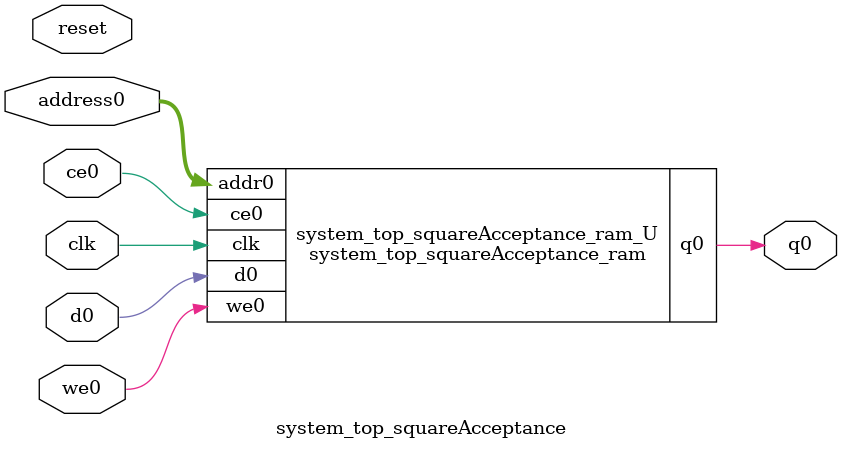
<source format=v>
`timescale 1 ns / 1 ps
module system_top_squareAcceptance_ram (addr0, ce0, d0, we0, q0,  clk);

parameter DWIDTH = 1;
parameter AWIDTH = 2;
parameter MEM_SIZE = 3;

input[AWIDTH-1:0] addr0;
input ce0;
input[DWIDTH-1:0] d0;
input we0;
output reg[DWIDTH-1:0] q0;
input clk;

reg [DWIDTH-1:0] ram[0:MEM_SIZE-1];




always @(posedge clk)  
begin 
    if (ce0) begin
        if (we0) 
            ram[addr0] <= d0; 
        q0 <= ram[addr0];
    end
end


endmodule

`timescale 1 ns / 1 ps
module system_top_squareAcceptance(
    reset,
    clk,
    address0,
    ce0,
    we0,
    d0,
    q0);

parameter DataWidth = 32'd1;
parameter AddressRange = 32'd3;
parameter AddressWidth = 32'd2;
input reset;
input clk;
input[AddressWidth - 1:0] address0;
input ce0;
input we0;
input[DataWidth - 1:0] d0;
output[DataWidth - 1:0] q0;



system_top_squareAcceptance_ram system_top_squareAcceptance_ram_U(
    .clk( clk ),
    .addr0( address0 ),
    .ce0( ce0 ),
    .we0( we0 ),
    .d0( d0 ),
    .q0( q0 ));

endmodule


</source>
